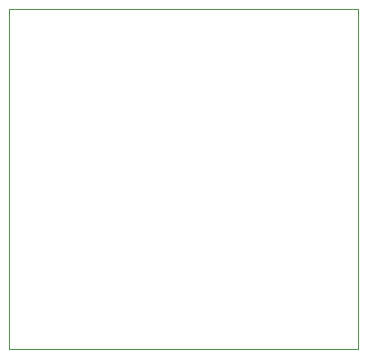
<source format=gbr>
%TF.GenerationSoftware,KiCad,Pcbnew,(6.0.4)*%
%TF.CreationDate,2022-05-21T11:19:22+01:00*%
%TF.ProjectId,Saft 40LF220 - Rev B,53616674-2034-4304-9c46-323230202d20,rev?*%
%TF.SameCoordinates,Original*%
%TF.FileFunction,Profile,NP*%
%FSLAX46Y46*%
G04 Gerber Fmt 4.6, Leading zero omitted, Abs format (unit mm)*
G04 Created by KiCad (PCBNEW (6.0.4)) date 2022-05-21 11:19:22*
%MOMM*%
%LPD*%
G01*
G04 APERTURE LIST*
%TA.AperFunction,Profile*%
%ADD10C,0.100000*%
%TD*%
G04 APERTURE END LIST*
D10*
X119700000Y-80700000D02*
X149250000Y-80700000D01*
X149250000Y-80700000D02*
X149250000Y-51950000D01*
X149250000Y-51950000D02*
X119700000Y-51950000D01*
X119700000Y-51950000D02*
X119700000Y-80700000D01*
M02*

</source>
